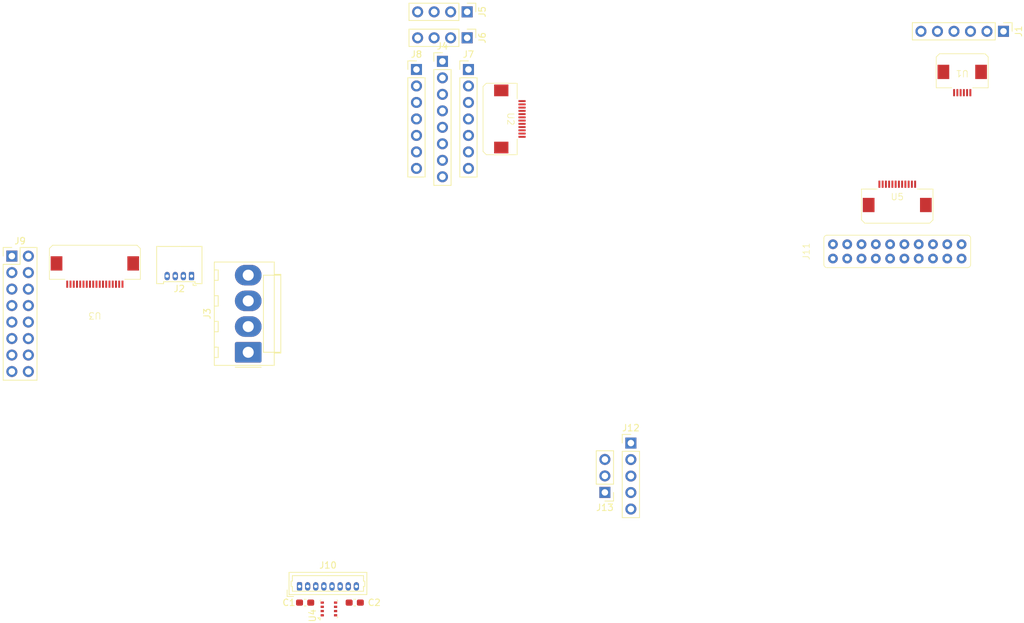
<source format=kicad_pcb>
(kicad_pcb (version 20240108) (generator "pcbnew") (generator_version "8.0")
  (layers (0 "F.Cu" signal) (31 "B.Cu" signal) (34 "B.Paste" user) (35 "F.Paste" user) (36 "B.SilkS" user "B.Silkscreen") (37 "F.SilkS" user "F.Silkscreen") (38 "B.Mask" user) (39 "F.Mask" user) (44 "Edge.Cuts" user))
  (net 0 "")
  (net 1 "+3V3")
  (net 2 "GND")
  (net 3 "TOF SDA")
  (net 4 "TOF SCL")
  (net 5 "XShut")
  (net 7 "+5V")
  (net 8 "UI IO 1")
  (net 9 "UI IO 0")
  (net 10 "UI 3")
  (net 11 "UI 2")
  (net 12 "UI 0")
  (net 13 "UI 1")
  (net 14 "Disp 2")
  (net 15 "Disp 4")
  (net 16 "Disp 5")
  (net 17 "Disp 9")
  (net 18 "Disp 1")
  (net 19 "Disp 10")
  (net 20 "Disp 3")
  (net 21 "Disp 8")
  (net 22 "Disp 11")
  (net 23 "Disp 6")
  (net 24 "Disp 0")
  (net 25 "Disp TX")
  (net 26 "Disp 7")
  (net 27 "Disp RX")
  (net 28 "Snoot SCL")
  (net 29 "Snoot SDA")
  (net 30 "CPU-GPU GPIO 3")
  (net 31 "CPU-GPU TX")
  (net 32 "CPU-GPU RX")
  (net 33 "CPU-GPU GPIO 0")
  (net 34 "CPU-GPU GPIO 1")
  (net 35 "CPU-GPU GPIO 2")
  (net 36 "Net-(J12-Pin_2)")
  (footprint "Connector_Molex:Molex_KK-396_A-41791-0004_1x04_P3.96mm_Vertical" (layer "F.Cu") (at 110.105 110.94 90)
    (property "Reference" "J3" (at 5.94 -6.31 90) (layer "F.SilkS"))
    (property "Value" "HUB75 PWR" (hide yes))
    (fp_line (start 13.9 -5.22) (end 13.9 4.005) (stroke (width 0.12)) (layer "F.SilkS"))
    (fp_line (start 11.080001 -5.22) (end 11.08 -4.62) (stroke (width 0.12)) (layer "F.SilkS"))
    (fp_line (start 7.12 -5.22) (end 7.12 -4.62) (stroke (width 0.12)) (layer "F.SilkS"))
    (fp_line (start 3.16 -5.22) (end 3.16 -4.62) (stroke (width 0.12)) (layer "F.SilkS"))
    (fp_line (start -0.8 -5.22) (end -0.8 -4.62) (stroke (width 0.12)) (layer "F.SilkS"))
    (fp_line (start -2.02 -5.22) (end 13.9 -5.22) (stroke (width 0.12)) (layer "F.SilkS"))
    (fp_line (start 12.68 -4.62) (end 12.68 -5.219999) (stroke (width 0.12)) (layer "F.SilkS"))
    (fp_line (start 11.08 -4.62) (end 12.68 -4.62) (stroke (width 0.12)) (layer "F.SilkS"))
    (fp_line (start 8.72 -4.62) (end 8.720001 -5.22) (stroke (width 0.12)) (layer "F.SilkS"))
    (fp_line (start 7.12 -4.62) (end 8.72 -4.62) (stroke (width 0.12)) (layer "F.SilkS"))
    (fp_line (start 4.76 -4.62) (end 4.76 -5.22) (stroke (width 0.12)) (layer "F.SilkS"))
    (fp_line (start 3.16 -4.62) (end 4.76 -4.62) (stroke (width 0.12)) (layer "F.SilkS"))
    (fp_line (start 0.8 -4.62) (end 0.8 -5.22) (stroke (width 0.12)) (layer "F.SilkS"))
    (fp_line (start -0.8 -4.62) (end 0.8 -4.62) (stroke (width 0.12)) (layer "F.SilkS"))
    (fp_line (start -2.31 -2) (end -2.31 2) (stroke (width 0.12)) (layer "F.SilkS"))
    (fp_line (start 11.88 2.339999) (end 11.88 4.01) (stroke (width 0.12)) (layer "F.SilkS"))
    (fp_line (start 0 2.34) (end 11.88 2.339999) (stroke (width 0.12)) (layer "F.SilkS"))
    (fp_line (start 13.9 4.005) (end 11.995 4.005) (stroke (width 0.12)) (layer "F.SilkS"))
    (fp_line (start 11.995 4.005) (end 11.995 5.01) (stroke (width 0.12)) (layer "F.SilkS"))
    (fp_line (start -0.115 4.005) (end -2.02 4.005) (stroke (width 0.12)) (layer "F.SilkS"))
    (fp_line (start -2.02 4.005) (end -2.02 -5.22) (stroke (width 0.12)) (layer "F.SilkS"))
    (fp_line (start 11.88 4.01) (end 11.880001 5.01) (stroke (width 0.12)) (layer "F.SilkS"))
    (fp_line (start 0 4.01) (end 0 2.34) (stroke (width 0.12)) (layer "F.SilkS"))
    (fp_line (start 0 4.01) (end 11.88 4.01) (stroke (width 0.12)) (layer "F.SilkS"))
    (fp_line (start 11.995 5.01) (end -0.115 5.01) (stroke (width 0.12)) (layer "F.SilkS"))
    (fp_line (start 0 5.01) (end 0 4.01) (stroke (width 0.12)) (layer "F.SilkS"))
    (fp_line (start -0.115 5.01) (end -0.115 4.005) (stroke (width 0.12)) (layer "F.SilkS"))
    (pad "1" thru_hole roundrect (at 0 0 90) (size 3.16 4.1) (drill 1.7) (layers "*.Cu" "*.Mask") (roundrect_rratio 0.079114) (net 2 "GND"))
    (pad "2" thru_hole oval (at 3.96 0 90) (size 3.16 4.1) (drill 1.7) (layers "*.Cu" "*.Mask") (net 7 "+5V"))
    (pad "3" thru_hole oval (at 7.92 0 90) (size 3.16 4.1) (drill 1.7) (layers "*.Cu" "*.Mask") (net 7 "+5V"))
    (pad "4" thru_hole oval (at 11.880001 0 90) (size 3.16 4.1) (drill 1.7) (layers "*.Cu" "*.Mask") (net 2 "GND"))
  )
  (footprint "Connector_PinHeader_2.54mm:PinHeader_2x08_P2.54mm_Vertical" (layer "F.Cu") (at 73.725 96.125)
    (property "Reference" "J9" (at 1.27 -2.33 0) (layer "F.SilkS"))
    (property "Value" "HUB75" (hide yes))
    (fp_line (start -1.33 -1.33) (end 0 -1.33) (stroke (width 0.12)) (layer "F.SilkS"))
    (fp_line (start -1.33 0) (end -1.33 -1.33) (stroke (width 0.12)) (layer "F.SilkS"))
    (fp_line (start -1.33 1.27) (end -1.33 19.11) (stroke (width 0.12)) (layer "F.SilkS"))
    (fp_line (start -1.33 1.27) (end 1.27 1.27) (stroke (width 0.12)) (layer "F.SilkS"))
    (fp_line (start -1.33 19.11) (end 3.87 19.11) (stroke (width 0.12)) (layer "F.SilkS"))
    (fp_line (start 1.27 -1.33) (end 3.87 -1.33) (stroke (width 0.12)) (layer "F.SilkS"))
    (fp_line (start 1.27 1.27) (end 1.27 -1.33) (stroke (width 0.12)) (layer "F.SilkS"))
    (fp_line (start 3.87 -1.33) (end 3.87 19.11) (stroke (width 0.12)) (layer "F.SilkS"))
    (pad "1" thru_hole rect (at 0 0) (size 1.7 1.7) (drill 1) (layers "*.Cu" "*.Mask") (net 24 "Disp 0"))
    (pad "2" thru_hole oval (at 2.54 0) (size 1.7 1.7) (drill 1) (layers "*.Cu" "*.Mask") (net 26 "Disp 7"))
    (pad "3" thru_hole oval (at 0 2.54) (size 1.7 1.7) (drill 1) (layers "*.Cu" "*.Mask") (net 18 "Disp 1"))
    (pad "4" thru_hole oval (at 2.54 2.54) (size 1.7 1.7) (drill 1) (layers "*.Cu" "*.Mask") (net 2 "GND"))
    (pad "5" thru_hole oval (at 0 5.08) (size 1.7 1.7) (drill 1) (layers "*.Cu" "*.Mask") (net 14 "Disp 2"))
    (pad "6" thru_hole oval (at 2.54 5.08) (size 1.7 1.7) (drill 1) (layers "*.Cu" "*.Mask") (net 21 "Disp 8"))
    (pad "7" thru_hole oval (at 0 7.62) (size 1.7 1.7) (drill 1) (layers "*.Cu" "*.Mask") (net 20 "Disp 3"))
    (pad "8" thru_hole oval (at 2.54 7.62) (size 1.7 1.7) (drill 1) (layers "*.Cu" "*.Mask") (net 17 "Disp 9"))
    (pad "9" thru_hole oval (at 0 10.16) (size 1.7 1.7) (drill 1) (layers "*.Cu" "*.Mask") (net 15 "Disp 4"))
    (pad "10" thru_hole oval (at 2.54 10.16) (size 1.7 1.7) (drill 1) (layers "*.Cu" "*.Mask") (net 19 "Disp 10"))
    (pad "11" thru_hole oval (at 0 12.7) (size 1.7 1.7) (drill 1) (layers "*.Cu" "*.Mask") (net 16 "Disp 5"))
    (pad "12" thru_hole oval (at 2.54 12.7) (size 1.7 1.7) (drill 1) (layers "*.Cu" "*.Mask") (net 22 "Disp 11"))
    (pad "13" thru_hole oval (at 0 15.24) (size 1.7 1.7) (drill 1) (layers "*.Cu" "*.Mask") (net 23 "Disp 6"))
    (pad "14" thru_hole oval (at 2.54 15.24) (size 1.7 1.7) (drill 1) (layers "*.Cu" "*.Mask") (net 27 "Disp RX"))
    (pad "15" thru_hole oval (at 0 17.78) (size 1.7 1.7) (drill 1) (layers "*.Cu" "*.Mask") (net 25 "Disp TX"))
    (pad "16" thru_hole oval (at 2.54 17.78) (size 1.7 1.7) (drill 1) (layers "*.Cu" "*.Mask") (net 2 "GND"))
  )
  (footprint "FFC_Connector:FFC Aliexpress 0.5mm 12P" (layer "F.Cu") (at 151.3 75 -90)
    (property "Reference" "U2" (at 0 0.799999 -90) (layer "F.SilkS") (effects (font (thickness 0.1))))
    (property "Value" "FFC [U]" (hide yes))
    (fp_line (start -5 5.05) (end 5 5.05) (stroke (width 0.1)) (layer "F.SilkS"))
    (fp_line (start -5 5.05) (end -5.5 4.55) (stroke (width 0.1)) (layer "F.SilkS"))
    (fp_line (start 5 5.05) (end 5.5 4.55) (stroke (width 0.1)) (layer "F.SilkS"))
    (fp_line (start -5.5 4.55) (end -5.5 3.15) (stroke (width 0.1)) (layer "F.SilkS"))
    (fp_line (start 5.5 4.55) (end 5.5 3.15) (stroke (width 0.1)) (layer "F.SilkS"))
    (fp_line (start -5.5 3.15) (end -5.5 -0.2) (stroke (width 0.1)) (layer "F.SilkS"))
    (fp_line (start 3.1 -0.199999) (end 5.5 -0.2) (stroke (width 0.1)) (layer "F.SilkS"))
    (fp_line (start -5.5 -0.2) (end -3.1 -0.199999) (stroke (width 0.1)) (layer "F.SilkS"))
    (fp_line (start 5.5 -0.2) (end 5.5 3.15) (stroke (width 0.1)) (layer "F.SilkS"))
    (pad "" smd rect (at -4.4 2.25 270) (size 1.8 2.2) (layers "F.Cu" "F.Paste" "F.Mask"))
    (pad "" smd rect (at 4.4 2.25 270) (size 1.8 2.2) (layers "F.Cu" "F.Paste" "F.Mask"))
    (pad "1" smd rect (at -2.75 -0.95 270) (size 0.3 1.1) (layers "F.Cu" "F.Paste" "F.Mask") (net 2 "GND"))
    (pad "2" smd rect (at -2.25 -0.95 270) (size 0.3 1.1) (layers "F.Cu" "F.Paste" "F.Mask") (net 12 "UI 0"))
    (pad "3" smd rect (at -1.749999 -0.95 270) (size 0.3 1.1) (layers "F.Cu" "F.Paste" "F.Mask") (net 2 "GND"))
    (pad "4" smd rect (at -1.25 -0.95 270) (size 0.3 1.1) (layers "F.Cu" "F.Paste" "F.Mask") (net 13 "UI 1"))
    (pad "5" smd rect (at -0.750001 -0.95 270) (size 0.3 1.1) (layers "F.Cu" "F.Paste" "F.Mask") (net 7 "+5V"))
    (pad "6" smd rect (at -0.25 -0.95 270) (size 0.3 1.1) (layers "F.Cu" "F.Paste" "F.Mask") (net 9 "UI IO 0"))
    (pad "7" smd rect (at 0.25 -0.95 270) (size 0.3 1.1) (layers "F.Cu" "F.Paste" "F.Mask") (net 8 "UI IO 1"))
    (pad "8" smd rect (at 0.750001 -0.95 270) (size 0.3 1.1) (layers "F.Cu" "F.Paste" "F.Mask") (net 7 "+5V"))
    (pad "9" smd rect (at 1.25 -0.95 270) (size 0.3 1.1) (layers "F.Cu" "F.Paste" "F.Mask") (net 11 "UI 2"))
    (pad "10" smd rect (at 1.749999 -0.95 270) (size 0.3 1.1) (layers "F.Cu" "F.Paste" "F.Mask") (net 2 "GND"))
    (pad "11" smd rect (at 2.25 -0.95 270) (size 0.3 1.1) (layers "F.Cu" "F.Paste" "F.Mask") (net 10 "UI 3"))
    (pad "12" smd rect (at 2.75 -0.95 270) (size 0.3 1.1) (layers "F.Cu" "F.Paste" "F.Mask") (net 2 "GND"))
  )
  (footprint "FFC_Connector:FFC Aliexpress 0.5mm 12P" (layer "F.Cu") (at 210 86)
    (property "Reference" "U5" (at 0 1 0) (layer "F.SilkS") (effects (font (thickness 0.1))))
    (property "Value" "FFC [G]" (hide yes))
    (fp_line (start -5.5 -0.2) (end -3.1 -0.199999) (stroke (width 0.1)) (layer "F.SilkS"))
    (fp_line (start -5.5 3.15) (end -5.5 -0.2) (stroke (width 0.1)) (layer "F.SilkS"))
    (fp_line (start -5.5 4.55) (end -5.5 3.15) (stroke (width 0.1)) (layer "F.SilkS"))
    (fp_line (start -5 5.05) (end -5.5 4.55) (stroke (width 0.1)) (layer "F.SilkS"))
    (fp_line (start -5 5.05) (end 5 5.05) (stroke (width 0.1)) (layer "F.SilkS"))
    (fp_line (start 3.1 -0.199999) (end 5.5 -0.2) (stroke (width 0.1)) (layer "F.SilkS"))
    (fp_line (start 5 5.05) (end 5.5 4.55) (stroke (width 0.1)) (layer "F.SilkS"))
    (fp_line (start 5.5 -0.2) (end 5.5 3.15) (stroke (width 0.1)) (layer "F.SilkS"))
    (fp_line (start 5.5 4.55) (end 5.5 3.15) (stroke (width 0.1)) (layer "F.SilkS"))
    (pad "" smd rect (at -4.4 2.25) (size 1.8 2.2) (layers "F.Cu" "F.Paste" "F.Mask"))
    (pad "" smd rect (at 4.4 2.25) (size 1.8 2.2) (layers "F.Cu" "F.Paste" "F.Mask"))
    (pad "1" smd rect (at -2.75 -0.95) (size 0.3 1.1) (layers "F.Cu" "F.Paste" "F.Mask") (net 2 "GND"))
    (pad "2" smd rect (at -2.25 -0.95) (size 0.3 1.1) (layers "F.Cu" "F.Paste" "F.Mask") (net 33 "CPU-GPU GPIO 0"))
    (pad "3" smd rect (at -1.749999 -0.95) (size 0.3 1.1) (layers "F.Cu" "F.Paste" "F.Mask") (net 2 "GND"))
    (pad "4" smd rect (at -1.25 -0.95) (size 0.3 1.1) (layers "F.Cu" "F.Paste" "F.Mask") (net 34 "CPU-GPU GPIO 1"))
    (pad "5" smd rect (at -0.750001 -0.95) (size 0.3 1.1) (layers "F.Cu" "F.Paste" "F.Mask") (net 7 "+5V"))
    (pad "6" smd rect (at -0.25 -0.95) (size 0.3 1.1) (layers "F.Cu" "F.Paste" "F.Mask") (net 32 "CPU-GPU RX"))
    (pad "7" smd rect (at 0.25 -0.95) (size 0.3 1.1) (layers "F.Cu" "F.Paste" "F.Mask") (net 31 "CPU-GPU TX"))
    (pad "8" smd rect (at 0.750001 -0.95) (size 0.3 1.1) (layers "F.Cu" "F.Paste" "F.Mask") (net 7 "+5V"))
    (pad "9" smd rect (at 1.25 -0.95) (size 0.3 1.1) (layers "F.Cu" "F.Paste" "F.Mask") (net 35 "CPU-GPU GPIO 2"))
    (pad "10" smd rect (at 1.749999 -0.95) (size 0.3 1.1) (layers "F.Cu" "F.Paste" "F.Mask") (net 2 "GND"))
    (pad "11" smd rect (at 2.25 -0.95) (size 0.3 1.1) (layers "F.Cu" "F.Paste" "F.Mask") (net 30 "CPU-GPU GPIO 3"))
    (pad "12" smd rect (at 2.75 -0.95) (size 0.3 1.1) (layers "F.Cu" "F.Paste" "F.Mask") (net 2 "GND"))
  )
  (footprint "Capacitor_SMD:C_0603_1608Metric_Pad1.08x0.95mm_HandSolder" (layer "F.Cu") (at 126.5 149.5)
    (property "Reference" "C2" (at 3 0 0) (layer "F.SilkS"))
    (property "Value" "100nF" (hide yes))
    (fp_line (start -0.146267 -0.51) (end 0.146267 -0.51) (stroke (width 0.12)) (layer "F.SilkS"))
    (fp_line (start -0.146267 0.51) (end 0.146267 0.51) (stroke (width 0.12)) (layer "F.SilkS"))
    (pad "1" smd roundrect (at -0.8625 0) (size 1.075 0.95) (layers "F.Cu" "F.Paste" "F.Mask") (net 1 "+3V3"))
    (pad "2" smd roundrect (at 0.8625 0) (size 1.075 0.95) (layers "F.Cu" "F.Paste" "F.Mask") (net 2 "GND"))
  )
  (footprint "Connector_PinHeader_2.54mm:PinHeader_1x04_P2.54mm_Vertical" (layer "F.Cu") (at 143.8 62.5 -90)
    (property "Reference" "J6" (at 0 -2.33 90) (layer "F.SilkS"))
    (property "Value" "I2C OLED" (hide yes))
    (fp_line (start -1.33 8.95) (end 1.33 8.95) (stroke (width 0.12)) (layer "F.SilkS"))
    (fp_line (start -1.33 1.270001) (end -1.33 8.95) (stroke (width 0.12)) (layer "F.SilkS"))
    (fp_line (start -1.33 1.270001) (end 1.33 1.270001) (stroke (width 0.12)) (layer "F.SilkS"))
    (fp_line (start 1.33 1.270001) (end 1.33 8.95) (stroke (width 0.12)) (layer "F.SilkS"))
    (fp_line (start -1.33 0) (end -1.33 -1.33) (stroke (width 0.12)) (layer "F.SilkS"))
    (fp_line (start -1.33 -1.33) (end 0 -1.33) (stroke (width 0.12)) (layer "F.SilkS"))
    (pad "1" thru_hole rect (at 0 0 270) (size 1.7 1.7) (drill 1) (layers "*.Cu" "*.Mask") (net 8 "UI IO 1"))
    (pad "2" thru_hole oval (at 0 2.54 270) (size 1.7 1.7) (drill 1) (layers "*.Cu" "*.Mask") (net 9 "UI IO 0"))
    (pad "3" thru_hole oval (at 0 5.079999 270) (size 1.7 1.7) (drill 1) (layers "*.Cu" "*.Mask") (net 7 "+5V"))
    (pad "4" thru_hole oval (at 0 7.62 270) (size 1.7 1.7) (drill 1) (layers "*.Cu" "*.Mask") (net 2 "GND"))
  )
  (footprint "Connector_PinHeader_2.54mm:PinHeader_1x06_P2.54mm_Vertical" (layer "F.Cu") (at 226.35 61.5 -90)
    (property "Reference" "J1" (at 0 -2.33 90) (layer "F.SilkS"))
    (property "Value" "VL53L0X" (hide yes))
    (fp_line (start -1.33 14.03) (end 1.33 14.03) (stroke (width 0.12)) (layer "F.SilkS"))
    (fp_line (start -1.33 1.270001) (end -1.33 14.03) (stroke (width 0.12)) (layer "F.SilkS"))
    (fp_line (start -1.33 1.270001) (end 1.33 1.270001) (stroke (width 0.12)) (layer "F.SilkS"))
    (fp_line (start 1.33 1.270001) (end 1.33 14.03) (stroke (width 0.12)) (layer "F.SilkS"))
    (fp_line (start -1.33 0) (end -1.33 -1.33) (stroke (width 0.12)) (layer "F.SilkS"))
    (fp_line (start -1.33 -1.33) (end 0 -1.33) (stroke (width 0.12)) (layer "F.SilkS"))
    (pad "1" thru_hole rect (at 0 0 270) (size 1.7 1.7) (drill 1) (layers "*.Cu" "*.Mask") (net 1 "+3V3"))
    (pad "2" thru_hole oval (at 0 2.54 270) (size 1.7 1.7) (drill 1) (layers "*.Cu" "*.Mask") (net 2 "GND"))
    (pad "3" thru_hole oval (at 0 5.079999 270) (size 1.7 1.7) (drill 1) (layers "*.Cu" "*.Mask") (net 4 "TOF SCL"))
    (pad "4" thru_hole oval (at 0 7.62 270) (size 1.7 1.7) (drill 1) (layers "*.Cu" "*.Mask") (net 3 "TOF SDA"))
    (pad "5" thru_hole oval (at 0 10.16 270) (size 1.7 1.7) (drill 1) (layers "*.Cu" "*.Mask"))
    (pad "6" thru_hole oval (at 0 12.7 270) (size 1.7 1.7) (drill 1) (layers "*.Cu" "*.Mask") (net 5 "XShut"))
  )
  (footprint "Connector_PinHeader_2.54mm:PinHeader_1x03_P2.54mm_Vertical" (layer "F.Cu") (at 165 132.525 180)
    (property "Reference" "J13" (at 0 -2.33 360) (layer "F.SilkS"))
    (property "Value" "To LEDS" (hide yes))
    (fp_line (start 1.33 1.270001) (end 1.33 6.409999) (stroke (width 0.12)) (layer "F.SilkS"))
    (fp_line (start -1.33 6.409999) (end 1.33 6.409999) (stroke (width 0.12)) (layer "F.SilkS"))
    (fp_line (start -1.33 1.270001) (end 1.33 1.270001) (stroke (width 0.12)) (layer "F.SilkS"))
    (fp_line (start -1.33 1.270001) (end -1.33 6.409999) (stroke (width 0.12)) (layer "F.SilkS"))
    (fp_line (start -1.33 0) (end -1.33 -1.33) (stroke (width 0.12)) (layer "F.SilkS"))
    (fp_line (start -1.33 -1.33) (end 0 -1.33) (stroke (width 0.12)) (layer "F.SilkS"))
    (pad "1" thru_hole rect (at 0 0 180) (size 1.7 1.7) (drill 1) (layers "*.Cu" "*.Mask") (net 7 "+5V"))
    (pad "2" thru_hole oval (at 0 2.54 180) (size 1.7 1.7) (drill 1) (layers "*.Cu" "*.Mask") (net 36 "Net-(J12-Pin_2)"))
    (pad "3" thru_hole oval (at 0 5.079999 180) (size 1.7 1.7) (drill 1) (layers "*.Cu" "*.Mask") (net 2 "GND"))
  )
  (footprint "Connector_Molex:Molex_PicoBlade_53048-0410_1x04_P1.25mm_Horizontal" (layer "F.Cu") (at 101.375 99.2 180)
    (property "Reference" "J2" (at 1.88 -1.95 360) (layer "F.SilkS"))
    (property "Value" "JST [D]" (hide yes))
    (fp_line (start 5.36 4.56) (end 1.875 4.56) (stroke (width 0.12)) (layer "F.SilkS"))
    (fp_line (start 5.36 -1.16) (end 5.36 4.56) (stroke (width 0.12)) (layer "F.SilkS"))
    (fp_line (start 4.29 -0.86) (end 4.29 -1.16) (stroke (width 0.12)) (layer "F.SilkS"))
    (fp_line (start 4.29 -1.16) (end 5.36 -1.16) (stroke (width 0.12)) (layer "F.SilkS"))
    (fp_line (start 1.875 -0.86) (end 4.29 -0.86) (stroke (width 0.12)) (layer "F.SilkS"))
    (fp_line (start 1.875 -0.86) (end -0.54 -0.86) (stroke (width 0.12)) (layer "F.SilkS"))
    (fp_line (start -0.25 -1.15) (end -0.25 -1.45) (stroke (width 0.12)) (layer "F.SilkS"))
    (fp_line (start -0.25 -1.45) (end -0.75 -1.45) (stroke (width 0.12)) (layer "F.SilkS"))
    (fp_line (start -0.54 -0.86) (end -0.54 -1.16) (stroke (width 0.12)) (layer "F.SilkS"))
    (fp_line (start -0.54 -1.16) (end -1.61 -1.16) (stroke (width 0.12)) (layer "F.SilkS"))
    (fp_line (start -1.61 4.56) (end 1.875 4.56) (stroke (width 0.12)) (layer "F.SilkS"))
    (fp_line (start -1.61 -1.16) (end -1.61 4.56) (stroke (width 0.12)) (layer "F.SilkS"))
    (pad "1" thru_hole roundrect (at 0 0 180) (size 0.8 1.3) (drill 0.5) (layers "*.Cu" "*.Mask") (net 2 "GND"))
    (pad "2" thru_hole oval (at 1.249999 0 180) (size 0.8 1.3) (drill 0.5) (layers "*.Cu" "*.Mask") (net 7 "+5V"))
    (pad "3" thru_hole oval (at 2.5 0 180) (size 0.8 1.3) (drill 0.5) (layers "*.Cu" "*.Mask") (net 7 "+5V"))
    (pad "4" thru_hole oval (at 3.749999 0 180) (size 0.8 1.3) (drill 0.5) (layers "*.Cu" "*.Mask") (net 2 "GND"))
  )
  (footprint "Connector_PinHeader_2.54mm:PinHeader_1x08_P2.54mm_Vertical" (layer "F.Cu") (at 140 66.125)
    (property "Reference" "J4" (at 0 -2.33 0) (layer "F.SilkS"))
    (property "Value" "2.0 IPS Display" (hide yes))
    (fp_line (start -1.33 -1.33) (end 0 -1.33) (stroke (width 0.12)) (layer "F.SilkS"))
    (fp_line (start -1.33 0) (end -1.33 -1.33) (stroke (width 0.12)) (layer "F.SilkS"))
    (fp_line (start -1.33 1.27) (end -1.33 19.11) (stroke (width 0.12)) (layer "F.SilkS"))
    (fp_line (start -1.33 1.27) (end 1.33 1.27) (stroke (width 0.12)) (layer "F.SilkS"))
    (fp_line (start -1.33 19.11) (end 1.33 19.11) (stroke (width 0.12)) (layer "F.SilkS"))
    (fp_line (start 1.33 1.27) (end 1.33 19.11) (stroke (width 0.12)) (layer "F.SilkS"))
    (pad "1" thru_hole rect (at 0 0) (size 1.7 1.7) (drill 1) (layers "*.Cu" "*.Mask") (net 12 "UI 0"))
    (pad "2" thru_hole oval (at 0 2.54) (size 1.7 1.7) (drill 1) (layers "*.Cu" "*.Mask") (net 13 "UI 1"))
    (pad "3" thru_hole oval (at 0 5.08) (size 1.7 1.7) (drill 1) (layers "*.Cu" "*.Mask") (net 9 "UI IO 0"))
    (pad "4" thru_hole oval (at 0 7.62) (size 1.7 1.7) (drill 1) (layers "*.Cu" "*.Mask") (net 8 "UI IO 1"))
    (pad "5" thru_hole oval (at 0 10.16) (size 1.7 1.7) (drill 1) (layers "*.Cu" "*.Mask") (net 11 "UI 2"))
    (pad "6" thru_hole oval (at 0 12.7) (size 1.7 1.7) (drill 1) (layers "*.Cu" "*.Mask") (net 10 "UI 3"))
    (pad "7" thru_hole oval (at 0 15.24) (size 1.7 1.7) (drill 1) (layers "*.Cu" "*.Mask") (net 7 "+5V"))
    (pad "8" thru_hole oval (at 0 17.78) (size 1.7 1.7) (drill 1) (layers "*.Cu" "*.Mask") (net 2 "GND"))
  )
  (footprint "FFC_Connector:FFC Aliexpress 0.5mm 6P" (layer "F.Cu") (at 220 70 180)
    (property "Reference" "U1" (at 0 2.000001 180) (layer "F.SilkS") (effects (font (thickness 0.1))))
    (property "Value" "FFC [C]" (hide yes))
    (fp_line (start 4 4.55) (end 4 3.149999) (stroke (width 0.1)) (layer "F.SilkS"))
    (fp_line (start 4 -0.199999) (end 4 3.149999) (stroke (width 0.1)) (layer "F.SilkS"))
    (fp_line (start 3.5 5.05) (end 4 4.55) (stroke (width 0.1)) (layer "F.SilkS"))
    (fp_line (start 1.6 -0.2) (end 4 -0.199999) (stroke (width 0.1)) (layer "F.SilkS"))
    (fp_line (start -3.5 5.05) (end 3.5 5.05) (stroke (width 0.1)) (layer "F.SilkS"))
    (fp_line (start -3.5 5.05) (end -4 4.55) (stroke (width 0.1)) (layer "F.SilkS"))
    (fp_line (start -4 4.55) (end -4 3.149999) (stroke (width 0.1)) (layer "F.SilkS"))
    (fp_line (start -4 3.149999) (end -4 -0.199999) (stroke (width 0.1)) (layer "F.SilkS"))
    (fp_line (start -4 -0.199999) (end -1.6 -0.2) (stroke (width 0.1)) (layer "F.SilkS"))
    (pad "" smd rect (at -2.9 2.25 180) (size 1.8 2.2) (layers "F.Cu" "F.Paste" "F.Mask"))
    (pad "" smd rect (at 2.9 2.25 180) (size 1.8 2.2) (layers "F.Cu" "F.Paste" "F.Mask"))
    (pad "1" smd rect (at -1.25 -0.95 180) (size 0.3 1.1) (layers "F.Cu" "F.Paste" "F.Mask") (net 2 "GND"))
    (pad "2" smd rect (at -0.750001 -0.95 180) (size 0.3 1.1) (layers "F.Cu" "F.Paste" "F.Mask") (net 3 "TOF SDA"))
    (pad "3" smd rect (at -0.25 -0.95 180) (size 0.3 1.1) (layers "F.Cu" "F.Paste" "F.Mask") (net 1 "+3V3"))
    (pad "4" smd rect (at 0.25 -0.95 180) (size 0.3 1.1) (layers "F.Cu" "F.Paste" "F.Mask") (net 5 "XShut"))
    (pad "5" smd rect (at 0.750001 -0.95 180) (size 0.3 1.1) (layers "F.Cu" "F.Paste" "F.Mask") (net 4 "TOF SCL"))
    (pad "6" smd rect (at 1.25 -0.95 180) (size 0.3 1.1) (layers "F.Cu" "F.Paste" "F.Mask") (net 2 "GND"))
  )
  (footprint "Connector_PinHeader_2.54mm:PinHeader_1x04_P2.54mm_Vertical" (layer "F.Cu") (at 143.8 58.5 -90)
    (property "Reference" "J5" (at 0 -2.33 90) (layer "F.SilkS"))
    (property "Value" "I2C OLED" (hide yes))
    (fp_line (start -1.33 8.95) (end 1.33 8.95) (stroke (width 0.12)) (layer "F.SilkS"))
    (fp_line (start -1.33 1.270001) (end -1.33 8.95) (stroke (width 0.12)) (layer "F.SilkS"))
    (fp_line (start -1.33 1.270001) (end 1.33 1.270001) (stroke (width 0.12)) (layer "F.SilkS"))
    (fp_line (start 1.33 1.270001) (end 1.33 8.95) (stroke (width 0.12)) (layer "F.SilkS"))
    (fp_line (start -1.33 0) (end -1.33 -1.33) (stroke (width 0.12)) (layer "F.SilkS"))
    (fp_line (start -1.33 -1.33) (end 0 -1.33) (stroke (width 0.12)) (layer "F.SilkS"))
    (pad "1" thru_hole rect (at 0 0 270) (size 1.7 1.7) (drill 1) (layers "*.Cu" "*.Mask") (net 8 "UI IO 1"))
    (pad "2" thru_hole oval (at 0 2.54 270) (size 1.7 1.7) (drill 1) (layers "*.Cu" "*.Mask") (net 9 "UI IO 0"))
    (pad "3" thru_hole oval (at 0 5.079999 270) (size 1.7 1.7) (drill 1) (layers "*.Cu" "*.Mask") (net 2 "GND"))
    (pad "4" thru_hole oval (at 0 7.62 270) (size 1.7 1.7) (drill 1) (layers "*.Cu" "*.Mask") (net 7 "+5V"))
  )
  (footprint "Capacitor_SMD:C_0603_1608Metric_Pad1.08x0.95mm_HandSolder" (layer "F.Cu") (at 118.8625 149.5)
    (property "Reference" "C1" (at -2.5 0 0) (layer "F.SilkS"))
    (property "Value" "100nF" (hide yes))
    (fp_line (start -0.146267 -0.51) (end 0.146267 -0.51) (stroke (width 0.12)) (layer "F.SilkS"))
    (fp_line (start -0.146267 0.51) (end 0.146267 0.51) (stroke (width 0.12)) (layer "F.SilkS"))
    (pad "1" smd roundrect (at -0.8625 0) (size 1.075 0.95) (layers "F.Cu" "F.Paste" "F.Mask") (net 2 "GND"))
    (pad "2" smd roundrect (at 0.8625 0) (size 1.075 0.95) (layers "F.Cu" "F.Paste" "F.Mask") (net 1 "+3V3"))
  )
  (footprint "Connector_PinHeader_2.54mm:PinHeader_1x05_P2.54mm_Vertical" (layer "F.Cu") (at 169 124.925)
    (property "Reference" "J12" (at 0 -2.33 0) (layer "F.SilkS"))
    (property "Value" "Jaw Pogo Cable" (hide yes))
    (fp_line (start -1.33 -1.33) (end 0 -1.33) (stroke (width 0.12)) (layer "F.SilkS"))
    (fp_line (start -1.33 0) (end -1.33 -1.33) (stroke (width 0.12)) (layer "F.SilkS"))
    (fp_line (start -1.33 1.27) (end -1.33 11.49) (stroke (width 0.12)) (layer "F.SilkS"))
    (fp_line (start -1.33 1.27) (end 1.33 1.27) (stroke (width 0.12)) (layer "F.SilkS"))
    (fp_line (start -1.33 11.49) (end 1.33 11.49) (stroke (width 0.12)) (layer "F.SilkS"))
    (fp_line (start 1.33 1.27) (end 1.33 11.49) (stroke (width 0.12)) (layer "F.SilkS"))
    (pad "1" thru_hole rect (at 0 0) (size 1.7 1.7) (drill 1) (layers "*.Cu" "*.Mask") (net 2 "GND"))
    (pad "2" thru_hole oval (at 0 2.54) (size 1.7 1.7) (drill 1) (layers "*.Cu" "*.Mask") (net 36 "Net-(J12-Pin_2)"))
    (pad "3" thru_hole oval (at 0 5.08) (size 1.7 1.7) (drill 1) (layers "*.Cu" "*.Mask") (net 7 "+5V"))
    (pad "4" thru_hole oval (at 0 7.62) (size 1.7 1.7) (drill 1) (layers "*.Cu" "*.Mask") (net 36 "Net-(J12-Pin_2)"))
    (pad "5" thru_hole oval (at 0 10.16) (size 1.7 1.7) (drill 1) (layers "*.Cu" "*.Mask") (net 2 "GND"))
  )
  (footprint "Connector_Molex:Molex_PicoBlade_53047-0810_1x08_P1.25mm_Vertical" (layer "F.Cu") (at 118 147)
    (property "Reference" "J10" (at 4.38 -3.25 0) (layer "F.SilkS"))
    (property "Value" "JST [S]" (hide yes))
    (fp_line (start -1.9 1.55) (end -1.9 0.55) (stroke (width 0.12)) (layer "F.SilkS"))
    (fp_line (start -1.9 1.55) (end -0.9 1.55) (stroke (width 0.12)) (layer "F.SilkS"))
    (fp_line (start -1.61 -2.16) (end -1.61 1.26) (stroke (width 0.12)) (layer "F.SilkS"))
    (fp_line (start -1.61 1.26) (end 10.36 1.26) (stroke (width 0.12)) (layer "F.SilkS"))
    (fp_line (start -1.3 -0.8) (end -1.1 -0.8) (stroke (width 0.12)) (layer "F.SilkS"))
    (fp_line (start -1.3 0) (end -1.3 -0.8) (stroke (width 0.12)) (layer "F.SilkS"))
    (fp_line (start -1.1 -1.65) (end 4.375 -1.65) (stroke (width 0.12)) (layer "F.SilkS"))
    (fp_line (start -1.1 -0.8) (end -1.1 -1.65) (stroke (width 0.12)) (layer "F.SilkS"))
    (fp_line (start -1.1 0) (end -1.3 0) (stroke (width 0.12)) (layer "F.SilkS"))
    (fp_line (start -1.1 0.75) (end -1.1 0) (stroke (width 0.12)) (layer "F.SilkS"))
    (fp_line (start 4.375 0.75) (end -1.1 0.75) (stroke (width 0.12)) (layer "F.SilkS"))
    (fp_line (start 4.375 0.75) (end 9.85 0.75) (stroke (width 0.12)) (layer "F.SilkS"))
    (fp_line (start 9.85 -1.65) (end 4.375 -1.65) (stroke (width 0.12)) (layer "F.SilkS"))
    (fp_line (start 9.85 -0.8) (end 9.85 -1.65) (stroke (width 0.12)) (layer "F.SilkS"))
    (fp_line (start 9.85 0) (end 10.05 0) (stroke (width 0.12)) (layer "F.SilkS"))
    (fp_line (start 9.85 0.75) (end 9.85 0) (stroke (width 0.12)) (layer "F.SilkS"))
    (fp_line (start 10.05 -0.8) (end 9.85 -0.8) (stroke (width 0.12)) (layer "F.SilkS"))
    (fp_line (start 10.05 0) (end 10.05 -0.8) (stroke (width 0.12)) (layer "F.SilkS"))
    (fp_line (start 10.36 -2.16) (end -1.61 -2.16) (stroke (width 0.12)) (layer "F.SilkS"))
    (fp_line (start 10.36 1.26) (end 10.36 -2.16) (stroke (width 0.12)) (layer "F.SilkS"))
    (pad "1" thru_hole roundrect (at 0 0) (size 0.8 1.3) (drill 0.5) (layers "*.Cu" "*.Mask") (net 2 "GND"))
    (pad "2" thru_hole oval (at 1.25 0) (size 0.8 1.3) (drill 0.5) (layers "*.Cu" "*.Mask") (net 2 "GND"))
    (pad "3" thru_hole oval (at 2.5 0) (size 0.8 1.3) (drill 0.5) (layers "*.Cu" "*.Mask") (net 1 "+3V3"))
    (pad "4" thru_hole oval (at 3.75 0) (size 0.8 1.3) (drill 0.5) (layers "*.Cu" "*.Mask") (net 28 "Snoot SCL"))
    (pad "5" thru_hole oval (at 5 0) (size 0.8 1.3) (drill 0.5) (layers "*.Cu" "*.Mask") (net 29 "Snoot SDA"))
    (pad "6" thru_hole oval (at 6.25 0) (size 0.8 1.3) (drill 0.5) (layers "*.Cu" "*.Mask") (net 1 "+3V3"))
    (pad "7" thru_hole oval (at 7.5 0) (size 0.8 1.3) (drill 0.5) (layers "*.Cu" "*.Mask") (net 2 "GND"))
    (pad "8" thru_hole oval (at 8.75 0) (size 0.8 1.3) (drill 0.5) (layers "*.Cu" "*.Mask") (net 2 "GND"))
  )
  (footprint "FFC_Connector:FFC Aliexpress 0.5mm 18P" (layer "F.Cu") (at 86.5 99.5 180)
    (property "Reference" "U3" (at 0 -5.8 180) (layer "F.SilkS") (effects (font (thickness 0.1))))
    (property "Value" "FFC [D]" (hide yes))
    (fp_line (start 7 4.549999) (end 7 3.15) (stroke (width 0.1)) (layer "F.SilkS"))
    (fp_line (start 7 -0.2) (end 7 3.15) (stroke (width 0.1)) (layer "F.SilkS"))
    (fp_line (start 6.5 5.05) (end 7 4.549999) (stroke (width 0.1)) (layer "F.SilkS"))
    (fp_line (start 4.6 -0.2) (end 7 -0.2) (stroke (width 0.1)) (layer "F.SilkS"))
    (fp_line (start -6.5 5.05) (end 6.5 5.05) (stroke (width 0.1)) (layer "F.SilkS"))
    (fp_line (start -6.5 5.05) (end -7 4.549999) (stroke (width 0.1)) (layer "F.SilkS"))
    (fp_line (start -7 4.549999) (end -7 3.15) (stroke (width 0.1)) (layer "F.SilkS"))
    (fp_line (start -7 3.15) (end -7 -0.2) (stroke (width 0.1)) (layer "F.SilkS"))
    (fp_line (start -7 -0.2) (end -4.6 -0.2) (stroke (width 0.1)) (layer "F.SilkS"))
    (pad "" smd rect (at -5.9 2.25 180) (size 1.8 2.2) (layers "F.Cu" "F.Paste" "F.Mask"))
    (pad "" smd rect (at 5.9 2.25 180) (size 1.8 2.2) (layers "F.Cu" "F.Paste" "F.Mask"))
    (pad "1" smd rect (at -4.25 -0.95 180) (size 0.3 1.1) (layers "F.Cu" "F.Paste" "F.Mask") (net 2 "GND"))
    (pad "2" smd rect (at -3.75 -0.95 180) (size 0.3 1.1) (layers "F.Cu" "F.Paste" "F.Mask") (net 24 "Disp 0"))
    (pad "3" smd rect (at -3.25 -0.949999 180) (size 0.3 1.1) (layers "F.Cu" "F.Paste" "F.Mask") (net 18 "Disp 1"))
    (pad "4" smd rect (at -2.75 -0.95 180) (size 0.3 1.1) (layers "F.Cu" "F.Paste" "F.Mask") (net 14 "Disp 2"))
    (pad "5" smd rect (at -2.25 -0.95 180) (size 0.3 1.1) (layers "F.Cu" "F.Paste" "F.Mask") (net 20 "Disp 3"))
    (pad "6" smd rect (at -1.749999 -0.95 180) (size 0.3 1.1) (layers "F.Cu" "F.Paste" "F.Mask") (net 15 "Disp 4"))
    (pad "7" smd rect (at -1.25 -0.95 180) (size 0.3 1.1) (layers "F.Cu" "F.Paste" "F.Mask") (net 16 "Disp 5"))
    (pad "8" smd rect (at -0.750001 -0.95 180) (size 0.3 1.1) (layers "F.Cu" "F.Paste" "F.Mask") (net 7 "+5V"))
    (pad "9" smd rect (at -0.25 -0.95 180) (size 0.3 1.1) (layers "F.Cu" "F.Paste" "F.Mask") (net 27 "Disp RX"))
    (pad "10" smd rect (at 0.25 -0.95 180) (size 0.3 1.1) (layers "F.Cu" "F.Paste" "F.Mask") (net 25 "Disp TX"))
    (pad "11" smd rect (at 0.750001 -0.95 180) (size 0.3 1.1) (layers "F.Cu" "F.Paste" "F.Mask") (net 7 "+5V"))
    (pad "12" smd rect (at 1.25 -0.95 180) (size 0.3 1.1) (layers "F.Cu" "F.Paste" "F.Mask") (net 23 "Disp 6"))
    (pad "13" smd rect (at 1.749999 -0.95 180) (size 0.3 1.1) (layers "F.Cu" "F.Paste" "F.Mask") (net 26 "Disp 7"))
    (pad "14" smd rect (at 2.25 -0.95 180) (size 0.3 1.1) (layers "F.Cu" "F.Paste" "F.Mask") (net 21 "Disp 8"))
    (pad "15" smd rect (at 2.75 -0.95 180) (size 0.3 1.1) (layers "F.Cu" "F.Paste" "F.Mask") (net 17 "Disp 9"))
    (pad "16" smd rect (at 3.25 -0.949999 180) (size 0.3 1.1) (layers "F.Cu" "F.Paste" "F.Mask") (net 19 "Disp 10"))
    (pad "17" smd rect (at 3.75 -0.95 180) (size 0.3 1.1) (layers "F.Cu" "F.Paste" "F.Mask") (net 22 "Disp 11"))
    (pad "18" smd rect (at 4.25 -0.95 180) (size 0.3 1.1) (layers "F.Cu" "F.Paste" "F.Mask") (net 2 "GND"))
  )
  (footprint "Package_LGA:Bosch_LGA-8_2.5x2.5mm_P0.65mm_ClockwisePinNumbering" (layer "F.Cu") (at 122.525 150.475001 90)
    (property "Reference" "U4" (at -1.024999 -2.525 90) (layer "F.SilkS"))
    (property "Value" "BME280" (hide yes))
    (fp_line (start 1.35 -1.35) (end 1.35 -1.2) (stroke (width 0.1)) (layer "F.SilkS"))
    (fp_line (start 1.2 -1.35) (end 1.35 -1.35) (stroke (width 0.1)) (layer "F.SilkS"))
    (fp_line (start 1.35 1.35) (end 1.35 1.2) (stroke (width 0.1)) (layer "F.SilkS"))
    (fp_line (start 1.35 1.35) (end 1.2 1.35) (stroke (width 0.1)) (layer "F.SilkS"))
    (fp_line (start -1.35 1.35) (end -1.35 1.2) (stroke (width 0.1)) (layer "F.SilkS"))
    (fp_line (start -1.35 1.36) (end -1.2 1.36) (stroke (width 0.1)) (layer "F.SilkS"))
    (fp_poly (pts (xy -1.35 -1.35) (xy -1.71 -1.35) (xy -1.35 -1.71) (xy -1.35 -1.35)) (stroke (width 0.12)) (fill solid) (layer "F.SilkS"))
    (pad "1" smd rect (at -0.975001 -1.025 180) (size 0.5 0.35) (layers "F.Cu" "F.Paste" "F.Mask") (net 2 "GND"))
    (pad "2" smd rect (at -0.325 -1.025 180) (size 0.5 0.35) (layers "F.Cu" "F.Paste" "F.Mask") (net 1 "+3V3"))
    (pad "3" smd rect (at 0.325 -1.025 180) (size 0.5 0.35) (layers "F.Cu" "F.Paste" "F.Mask") (net 29 "Snoot SDA"))
    (pad "4" smd rect (at 0.975001 -1.025 180) (size 0.5 0.35) (layers "F.Cu" "F.Paste" "F.Mask") (net 28 "Snoot SCL"))
    (pad "5" smd rect (at 0.975001 1.025 180) (size 0.5 0.35) (layers "F.Cu" "F.Paste" "F.Mask") (net 2 "GND"))
    (pad "6" smd rect (at 0.325 1.025 180) (size 0.5 0.35) (layers "F.Cu" "F.Paste" "F.Mask") (net 1 "+3V3"))
    (pad "7" smd rect (at -0.325 1.025 180) (size 0.5 0.35) (layers "F.Cu" "F.Paste" "F.Mask") (net 2 "GND"))
    (pad "8" smd rect (at -0.975001 1.025 180) (size 0.5 0.35) (layers "F.Cu" "F.Paste" "F.Mask") (net 1 "+3V3"))
  )
  (footprint "Connector_PinHeader_2.54mm:PinHeader_1x07_P2.54mm_Vertical" (layer "F.Cu") (at 136 67.375)
    (property "Reference" "J8" (at 0 -2.33 360) (layer "F.SilkS"))
    (property "Value" "SPI OLED" (hide yes))
    (fp_line (start -1.33 -1.33) (end 0 -1.33) (stroke (width 0.12)) (layer "F.SilkS"))
    (fp_line (start -1.33 0) (end -1.33 -1.33) (stroke (width 0.12)) (layer "F.SilkS"))
    (fp_line (start -1.33 1.270001) (end -1.33 16.569999) (stroke (width 0.12)) (layer "F.SilkS"))
    (fp_line (start -1.33 1.270001) (end 1.33 1.270001) (stroke (width 0.12)) (layer "F.SilkS"))
    (fp_line (start -1.33 16.569999) (end 1.33 16.569999) (stroke (width 0.12)) (layer "F.SilkS"))
    (fp_line (start 1.33 1.270001) (end 1.33 16.569999) (stroke (width 0.12)) (layer "F.SilkS"))
    (pad "1" thru_hole rect (at 0 0) (size 1.7 1.7) (drill 1) (layers "*.Cu" "*.Mask") (net 9 "UI IO 0"))
    (pad "2" thru_hole oval (at 0 2.54) (size 1.7 1.7) (drill 1) (layers "*.Cu" "*.Mask") (net 10 "UI 3"))
    (pad "3" thru_hole oval (at 0 5.079999) (size 1.7 1.7) (drill 1) (layers "*.Cu" "*.Mask") (net 11 "UI 2"))
    (pad "4" thru_hole oval (at 0 7.62) (size 1.7 1.7) (drill 1) (layers "*.Cu" "*.Mask") (net 13 "UI 1"))
    (pad "5" thru_hole oval (at 0 10.16) (size 1.7 1.7) (drill 1) (layers "*.Cu" "*.Mask") (net 12 "UI 0"))
    (pad "6" thru_hole oval (at 0 12.7) (size 1.7 1.7) (drill 1) (layers "*.Cu" "*.Mask") (net 7 "+5V"))
    (pad "7" thru_hole oval (at 0 15.24) (size 1.7 1.7) (drill 1) (layers "*.Cu" "*.Mask") (net 2 "GND"))
  )
  (footprint "Connector_PinHeader_2.54mm:PinHeader_1x07_P2.54mm_Vertical" (layer "F.Cu") (at 144 67.38)
    (property "Reference" "J7" (at 0 -2.33 0) (layer "F.SilkS"))
    (property "Value" "SPI OLED" (hide yes))
    (fp_line (start -1.33 -1.33) (end 0 -1.33) (stroke (width 0.12)) (layer "F.SilkS"))
    (fp_line (start -1.33 0) (end -1.33 -1.33) (stroke (width 0.12)) (layer "F.SilkS"))
    (fp_line (start -1.33 1.27) (end -1.33 16.57) (stroke (width 0.12)) (layer "F.SilkS"))
    (fp_line (start -1.33 1.27) (end 1.33 1.27) (stroke (width 0.12)) (layer "F.SilkS"))
    (fp_line (start -1.33 16.57) (end 1.33 16.57) (stroke (width 0.12)) (layer "F.SilkS"))
    (fp_line (start 1.33 1.27) (end 1.33 16.57) (stroke (width 0.12)) (layer "F.SilkS"))
    (pad "1" thru_hole rect (at 0 0) (size 1.7 1.7) (drill 1) (layers "*.Cu" "*.Mask") (net 7 "+5V"))
    (pad "2" thru_hole oval (at 0 2.54) (size 1.7 1.7) (drill 1) (layers "*.Cu" "*.Mask") (net 2 "GND"))
    (pad "3" thru_hole oval (at 0 5.08) (size 1.7 1.7) (drill 1) (layers "*.Cu" "*.Mask") (net 12 "UI 0"))
    (pad "4" thru_hole oval (at 0 7.62) (size 1.7 1.7) (drill 1) (layers "*.Cu" "*.Mask") (net 13 "UI 1"))
    (pad "5" thru_hole oval (at 0 10.16) (size 1.7 1.7) (drill 1) (layers "*.Cu" "*.Mask") (net 9 "UI IO 0"))
    (pad "6" thru_hole oval (at 0 12.7) (size 1.7 1.7) (drill 1) (layers "*.Cu" "*.Mask") (net 8 "UI IO 1"))
    (pad "7" thru_hole oval (at 0 15.24) (size 1.7 1.7) (drill 1) (layers "*.Cu" "*.Mask") (net 11 "UI 2"))
  )
  (footprint "Connector_Pogo Pins:2.2mm 20P" (layer "F.Cu") (at 210 95.4 90)
    (property "Reference" "J11" (at 0 -14 90) (layer "F.SilkS") (effects (font (thickness 0.1))))
    (property "Value" "Pogo Pins" (hide yes))
    (fp_line (start -2 -11.3) (end 2 -11.3) (stroke (width 0.1)) (layer "F.SilkS"))
    (fp_line (start 2.5 -10.8) (end 2.5 10.8) (stroke (width 0.1)) (layer "F.SilkS"))
    (fp_line (start -2.5 10.8) (end -2.5 -10.8) (stroke (width 0.1)) (layer "F.SilkS"))
    (fp_line (start 2 11.3) (end -2 11.3) (stroke (width 0.1)) (layer "F.SilkS"))
    (fp_arc (start 2 -11.3) (mid 2.353553 -11.153553) (end 2.5 -10.8) (stroke (width 0.1)) (layer "F.SilkS"))
    (fp_arc (start -2.5 -10.8) (mid -2.353553 -11.153553) (end -2 -11.3) (stroke (width 0.1)) (layer "F.SilkS"))
    (fp_arc (start 2.5 10.8) (mid 2.353553 11.153553) (end 2 11.3) (stroke (width 0.1)) (layer "F.SilkS"))
    (fp_arc (start -2 11.3) (mid -2.353552 11.153553) (end -2.5 10.8) (stroke (width 0.1)) (layer "F.SilkS"))
    (pad "1" thru_hole circle (at -1.1 -9.900001 90) (size 1.5 1.5) (drill 0.75) (layers "*.Cu" "*.Mask") (net 2 "GND"))
    (pad "2" thru_hole circle (at 1.1 -9.900001 90) (size 1.5 1.5) (drill 0.75) (layers "*.Cu" "*.Mask") (net 2 "GND"))
    (pad "3" thru_hole circle (at -1.1 -7.7 90) (size 1.5 1.5) (drill 0.75) (layers "*.Cu" "*.Mask") (net 33 "CPU-GPU GPIO 0"))
    (pad "4" thru_hole circle (at 1.1 -7.7 90) (size 1.5 1.5) (drill 0.75) (layers "*.Cu" "*.Mask") (net 34 "CPU-GPU GPIO 1"))
    (pad "5" thru_hole circle (at -1.1 -5.5 90) (size 1.5 1.5) (drill 0.75) (layers "*.Cu" "*.Mask") (net 2 "GND"))
    (pad "6" thru_hole circle (at 1.1 -5.5 90) (size 1.5 1.5) (drill 0.75) (layers "*.Cu" "*.Mask") (net 32 "CPU-GPU RX"))
    (pad "7" thru_hole circle (at -1.1 -3.3 90) (size 1.5 1.5) (drill 0.75) (layers "*.Cu" "*.Mask") (net 2 "GND"))
    (pad "8" thru_hole circle (at 1.1 -3.3 90) (size 1.5 1.5) (drill 0.75) (layers "*.Cu" "*.Mask") (net 2 "GND"))
    (pad "9" thru_hole circle (at -1.1 -1.1 90) (size 1.5 1.5) (drill 0.75) (layers "*.Cu" "*.Mask") (net 7 "+5V"))
    (pad "10" thru_hole circle (at 1.1 -1.1 90) (size 1.5 1.5) (drill 0.75) (layers "*.Cu" "*.Mask") (net 7 "+5V"))
    (pad "11" thru_hole circle (at -1.1 1.1 90) (size 1.5 1.5) (drill 0.75) (layers "*.Cu" "*.Mask") (net 7 "+5V"))
    (pad "12" thru_hole circle (at 1.1 1.1 90) (size 1.5 1.5) (drill 0.75) (layers "*.Cu" "*.Mask") (net 7 "+5V"))
    (pad "13" thru_hole circle (at -1.1 3.3 90) (size 1.5 1.5) (drill 0.75) (layers "*.Cu" "*.Mask") (net 2 "GND"))
    (pad "14" thru_hole circle (at 1.1 3.3 90) (size 1.5 1.5) (drill 0.75) (layers "*.Cu" "*.Mask") (net 2 "GND"))
    (pad "15" thru_hole circle (at -1.1 5.5 90) (size 1.5 1.5) (drill 0.75) (layers "*.Cu" "*.Mask") (net 31 "CPU-GPU TX"))
    (pad "16" thru_hole circle (at 1.1 5.5 90) (size 1.5 1.5) (drill 0.75) (layers "*.Cu" "*.Mask") (net 2 "GND"))
    (pad "17" thru_hole circle (at -1.1 7.7 90) (size 1.5 1.5) (drill 0.75) (layers "*.Cu" "*.Mask") (net 35 "CPU-GPU GPIO 2"))
    (pad "18" thru_hole circle (at 1.1 7.7 90) (size 1.5 1.5) (drill 0.75) (layers "*.Cu" "*.Mask") (net 30 "CPU-GPU GPIO 3"))
    (pad "19" thru_hole circle (at -1.1 9.900001 90) (size 1.5 1.5) (drill 0.75) (layers "*.Cu" "*.Mask") (net 2 "GND"))
    (pad "20" thru_hole circle (at 1.1 9.900001 90) (size 1.5 1.5) (drill 0.75) (layers "*.Cu" "*.Mask") (net 2 "GND"))
  )
)
</source>
